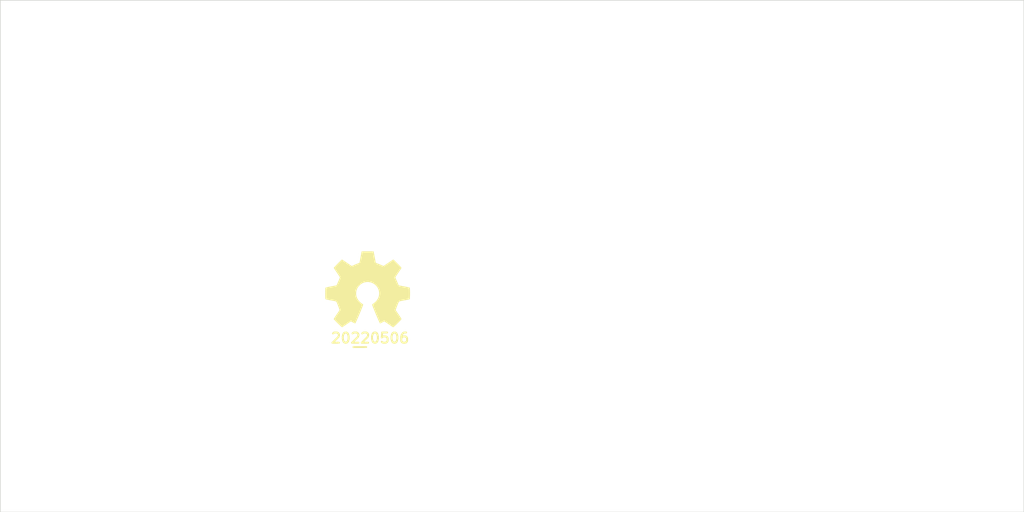
<source format=kicad_pcb>
(kicad_pcb (version 20221018) (generator pcbnew)
  (layers (0 "F.Cu" signal) (31 "B.Cu" signal) (34 "B.Paste" user) (35 "F.Paste" user) (36 "B.SilkS" user "B.Silkscreen") (37 "F.SilkS" user "F.Silkscreen") (38 "B.Mask" user) (39 "F.Mask" user) (44 "Edge.Cuts" user))
  (net 0 "")
  (footprint "SquantorLabels:Label_Generic" (layer "F.Cu") (at 138.1 91.5)
    (fp_text reference "N1" hide)
    (fp_text value "20220506" (at 0.8 -0.1) (layer "F.SilkS") (effects (font (size 0.8 0.8))))
    (fp_line (start -0.5 0.6) (end 0.5 0.6) (stroke (width 0.15)) (layer "F.SilkS"))
  )
  (footprint "Symbol:OSHW-Symbol_6.7x6mm_SilkScreen" (layer "F.Cu") (at 138.7 87.6)
    (fp_text reference "N2" hide)
    (fp_text value "OHWLOGO" hide)
    (fp_poly (pts (xy 0.555814 -2.531069) (xy 0.639635 -2.086445) (xy 0.94892 -1.958947) (xy 1.258206 -1.831449) (xy 1.629246 -2.083754) (xy 1.733157 -2.154004) (xy 1.827087 -2.216728) (xy 1.906652 -2.269062) (xy 1.96747 -2.308143) (xy 2.005157 -2.331107) (xy 2.015421 -2.336058) (xy 2.03391 -2.323324) (xy 2.07342 -2.288118) (xy 2.129522 -2.234938) (xy 2.197787 -2.168282) (xy 2.273786 -2.092646) (xy 2.353092 -2.012528) (xy 2.431275 -1.932426) (xy 2.503907 -1.856836) (xy 2.566559 -1.790255) (xy 2.614803 -1.737182) (xy 2.64421 -1.702113) (xy 2.651241 -1.690377) (xy 2.641123 -1.66874) (xy 2.612759 -1.621338) (xy 2.569129 -1.552807) (xy 2.513218 -1.467785) (xy 2.448006 -1.370907) (xy 2.410219 -1.31565) (xy 2.341343 -1.214752) (xy 2.28014 -1.123701) (xy 2.229578 -1.04703) (xy 2.192628 -0.989272) (xy 2.172258 -0.954957) (xy 2.169197 -0.947746) (xy 2.176136 -0.927252) (xy 2.195051 -0.879487) (xy 2.223087 -0.811168) (xy 2.257391 -0.729011) (xy 2.295109 -0.63973) (xy 2.333387 -0.550042) (xy 2.36937 -0.466662) (xy 2.400206 -0.396306) (xy 2.423039 -0.34569) (xy 2.435017 -0.321529) (xy 2.435724 -0.320578) (xy 2.454531 -0.315964) (xy 2.504618 -0.305672) (xy 2.580793 -0.290713) (xy 2.677865 -0.272099) (xy 2.790643 -0.250841) (xy 2.856442 -0.238582) (xy 2.97695 -0.215638) (xy 3.085797 -0.193805) (xy 3.177476 -0.174278) (xy 3.246481 -0.158252) (xy 3.287304 -0.146921) (xy 3.295511 -0.143326) (xy 3.303548 -0.118994) (xy 3.310033 -0.064041) (xy 3.31497 0.015108) (xy 3.318364 0.112026) (xy 3.320218 0.220287) (xy 3.320538 0.333465) (xy 3.319327 0.445135) (xy 3.31659 0.548868) (xy 3.312331 0.638241) (xy 3.306555 0.706826) (xy 3.299267 0.748197) (xy 3.294895 0.75681) (xy 3.268764 0.767133) (xy 3.213393 0.781892) (xy 3.136107 0.799352) (xy 3.04423 0.81778) (xy 3.012158 0.823741) (xy 2.857524 0.852066) (xy 2.735375 0.874876) (xy 2.641673 0.89308) (xy 2.572384 0.907583) (xy 2.523471 0.919292) (xy 2.490897 0.929115) (xy 2.470628 0.937956) (xy 2.458626 0.946724) (xy 2.456947 0.948457) (xy 2.440184 0.976371) (xy 2.414614 1.030695) (xy 2.382788 1.104777) (xy 2.34726 1.191965) (xy 2.310583 1.285608) (xy 2.275311 1.379052) (xy 2.243996 1.465647) (xy 2.219193 1.53874) (xy 2.203454 1.591678) (xy 2.199332 1.617811) (xy 2.199676 1.618726) (xy 2.213641 1.640086) (xy 2.245322 1.687084) (xy 2.291391 1.754827) (xy 2.348518 1.838423) (xy 2.413373 1.932982) (xy 2.431843 1.959854) (xy 2.497699 2.057275) (xy 2.55565 2.146163) (xy 2.602538 2.221412) (xy 2.635207 2.27792) (xy 2.6505 2.310581) (xy 2.651241 2.314593) (xy 2.638392 2.335684) (xy 2.602888 2.377464) (xy 2.549293 2.435445) (xy 2.482171 2.505135) (xy 2.406087 2.582045) (xy 2.325604 2.661683) (xy 2.245287 2.739561) (xy 2.169699 2.811186) (xy 2.103405 2.87207) (xy 2.050969 2.917721) (xy 2.016955 2.94365) (xy 2.007545 2.947883) (xy 1.985643 2.937912) (xy 1.9408 2.91102) (xy 1.880321 2.871736) (xy 1.833789 2.840117) (xy 1.749475 2.782098) (xy 1.649626 2.713784) (xy 1.549473 2.645579) (xy 1.495627 2.609075) (xy 1.313371 2.4858) (xy 1.160381 2.56852) (xy 1.090682 2.604759) (xy 1.031414 2.632926) (xy 0.991311 2.648991) (xy 0.981103 2.651226) (xy 0.968829 2.634722) (xy 0.944613 2.588082) (xy 0.910263 2.515609) (xy 0.867588 2.421606) (xy 0.818394 2.310374) (xy 0.76449 2.186215) (xy 0.707684 2.053432) (xy 0.649782 1.916327) (xy 0.592593 1.779202) (xy 0.537924 1.646358) (xy 0.487584 1.522098) (xy 0.44338 1.410725) (xy 0.407119 1.316539) (xy 0.380609 1.243844) (xy 0.365658 1.196941) (xy 0.363254 1.180833) (xy 0.382311 1.160286) (xy 0.424036 1.126933) (xy 0.479706 1.087702) (xy 0.484378 1.084599) (xy 0.628264 0.969423) (xy 0.744283 0.835053) (xy 0.83143 0.685784) (xy 0.888699 0.525913) (xy 0.915086 0.359737) (xy 0.909585 0.191552) (xy 0.87119 0.025655) (xy 0.798895 -0.133658) (xy 0.777626 -0.168513) (xy 0.666996 -0.309263) (xy 0.536302 -0.422286) (xy 0.390064 -0.506997) (xy 0.232808 -0.562806) (xy 0.069057 -0.589126) (xy -0.096667 -0.58537) (xy -0.259838 -0.55095) (xy -0.415935 -0.485277) (xy -0.560433 -0.387765) (xy -0.605131 -0.348187) (xy -0.718888 -0.224297) (xy -0.801782 -0.093876) (xy -0.858644 0.052315) (xy -0.890313 0.197088) (xy -0.898131 0.35986) (xy -0.872062 0.52344) (xy -0.814755 0.682298) (xy -0.728856 0.830906) (xy -0.617014 0.963735) (xy -0.481877 1.075256) (xy -0.464117 1.087011) (xy -0.40785 1.125508) (xy -0.365077 1.158863) (xy -0.344628 1.18016) (xy -0.344331 1.180833) (xy -0.348721 1.203871) (xy -0.366124 1.256157) (xy -0.394732 1.33339) (xy -0.432735 1.431268) (xy -0.478326 1.545491) (xy -0.529697 1.671758) (xy -0.585038 1.805767) (xy -0.642542 1.943218) (xy -0.700399 2.079808) (xy -0.756802 2.211237) (xy -0.809942 2.333205) (xy -0.85801 2.441409) (xy -0.899199 2.531549) (xy -0.931699 2.599323) (xy -0.953703 2.64043) (xy -0.962564 2.651226) (xy -0.98964 2.642819) (xy -1.040303 2.620272) (xy -1.105817 2.587613) (xy -1.141841 2.56852) (xy -1.294832 2.4858) (xy -1.477088 2.609075) (xy -1.570125 2.672228) (xy -1.671985 2.741727) (xy -1.767438 2.807165) (xy -1.81525 2.840117) (xy -1.882495 2.885273) (xy -1.939436 2.921057) (xy -1.978646 2.942938) (xy -1.991381 2.947563) (xy -2.009917 2.935085) (xy -2.050941 2.900252) (xy -2.110475 2.846678) (xy -2.184542 2.777983) (xy -2.269165 2.697781) (xy -2.322685 2.646286) (xy -2.416319 2.554286) (xy -2.497241 2.471999) (xy -2.562177 2.402945) (xy -2.607858 2.350644) (xy -2.631011 2.318616) (xy -2.633232 2.312116) (xy -2.622924 2.287394) (xy -2.594439 2.237405) (xy -2.550937 2.167212) (xy -2.495577 2.081875) (xy -2.43152 1.986456) (xy -2.413303 1.959854) (xy -2.346927 1.863167) (xy -2.287378 1.776117) (xy -2.237984 1.703595) (xy -2.202075 1.650493) (xy -2.182981 1.621703) (xy -2.181136 1.618726) (xy -2.183895 1.595782) (xy -2.198538 1.545336) (xy -2.222513 1.474041) (xy -2.253266 1.388547) (xy -2.288244 1.295507) (xy -2.324893 1.201574) (xy -2.360661 1.113399) (xy -2.392994 1.037634) (xy -2.419338 0.980931) (xy -2.437142 0.949943) (xy -2.438407 0.948457) (xy -2.449294 0.939601) (xy -2.467682 0.930843) (xy -2.497606 0.921277) (xy -2.543103 0.909996) (xy -2.608209 0.896093) (xy -2.696961 0.878663) (xy -2.813393 0.856798) (xy -2.961542 0.829591) (xy -2.993618 0.823741) (xy -3.088686 0.805374) (xy -3.171565 0.787405) (xy -3.23493 0.771569) (xy -3.271458 0.7596) (xy -3.276356 0.75681) (xy -3.284427 0.732072) (xy -3.290987 0.67679) (xy -3.296033 0.597389) (xy -3.299559 0.500296) (xy -3.301561 0.391938) (xy -3.302036 0.27874) (xy -3.300977 0.167128) (xy -3.298382 0.063529) (xy -3.294246 -0.025632) (xy -3.288563 -0.093928) (xy -3.281331 -0.134934) (xy -3.276971 -0.143326) (xy -3.252698 -0.151792) (xy -3.197426 -0.165565) (xy -3.116662 -0.18345) (xy -3.015912 -0.204252) (xy -2.900683 -0.226777) (xy -2.837902 -0.238582) (xy -2.718787 -0.260849) (xy -2.612565 -0.281021) (xy -2.524427 -0.298085) (xy -2.459566 -0.311031) (xy -2.423174 -0.318845) (xy -2.417184 -0.320578) (xy -2.407061 -0.34011) (xy -2.385662 -0.387157) (xy -2.355839 -0.454997) (xy -2.320445 -0.536909) (xy -2.282332 -0.626172) (xy -2.244353 -0.716065) (xy -2.20936 -0.799865) (xy -2.180206 -0.870853) (xy -2.159743 -0.922306) (xy -2.150823 -0.947503) (xy -2.150657 -0.948604) (xy -2.160769 -0.968481) (xy -2.189117 -1.014223) (xy -2.232723 -1.081283) (xy -2.288606 -1.165116) (xy -2.353787 -1.261174) (xy -2.391679 -1.31635) (xy -2.460725 -1.417519) (xy -2.52205 -1.50937) (xy -2.572663 -1.587256) (xy -2.609571 -1.646531) (xy -2.629782 -1.682549) (xy -2.632701 -1.690623) (xy -2.620153 -1.709416) (xy -2.585463 -1.749543) (xy -2.533063 -1.806507) (xy -2.467384 -1.875815) (xy -2.392856 -1.952969) (xy -2.313913 -2.033475) (xy -2.234983 -2.112837) (xy -2.1605 -2.18656) (xy -2.094894 -2.250148) (xy -2.042596 -2.299106) (xy -2.008039 -2.328939) (xy -1.996478 -2.336058) (xy -1.977654 -2.326047) (xy -1.932631 -2.297922) (xy -1.865787 -2.254546) (xy -1.781499 -2.198782) (xy -1.684144 -2.133494) (xy -1.610707 -2.083754) (xy -1.239667 -1.831449) (xy -0.621095 -2.086445) (xy -0.537275 -2.531069) (xy -0.453454 -2.975693) (xy 0.471994 -2.975693) (xy 0.555814 -2.531069)) (stroke (width 0.01)) (fill solid) (layer "F.SilkS"))
  )
  (gr_line (start 110 105) (end 190 105) (stroke (width 0.05)) (layer "Edge.Cuts"))
  (gr_line (start 190 105) (end 190 65) (stroke (width 0.05)) (layer "Edge.Cuts"))
  (gr_line (start 190 65) (end 110 65) (stroke (width 0.05)) (layer "Edge.Cuts"))
  (gr_line (start 110 65) (end 110 105) (stroke (width 0.05)) (layer "Edge.Cuts"))
)
</source>
